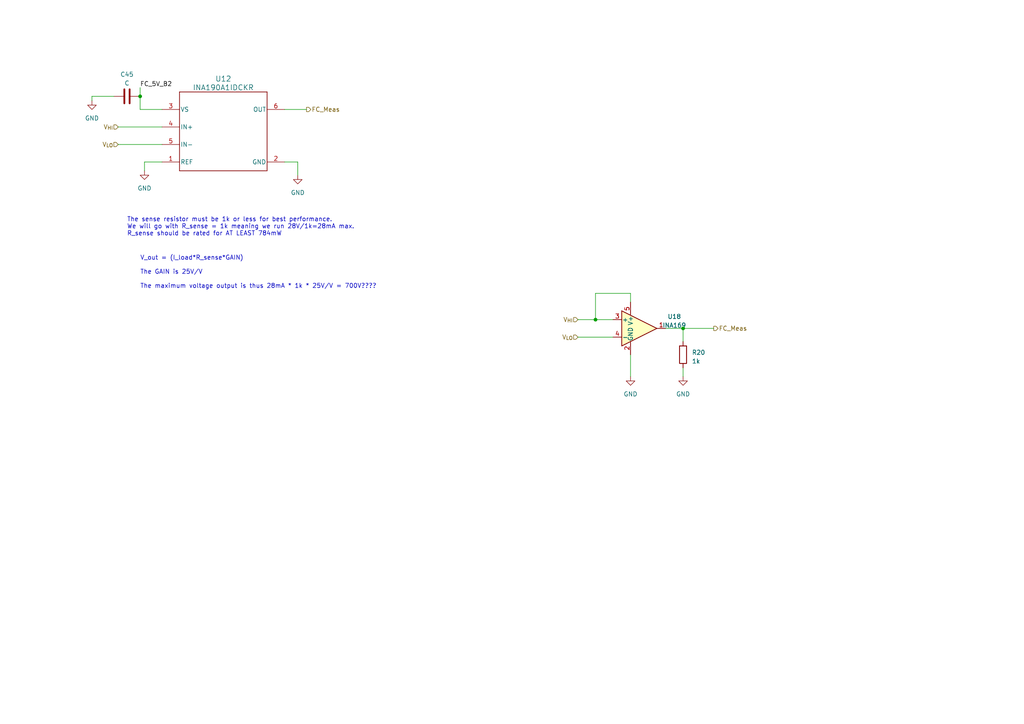
<source format=kicad_sch>
(kicad_sch (version 20230121) (generator eeschema)
  (paper "A4")
  (lib_symbols
    (symbol "Amplifier_Current:INA169" (pin_names (offset 0.127))
      (property "Reference" "U" (at 3.81 5.08 0))
      (property "Value" "INA169" (at 3.81 2.54 0))
      (symbol "INA169_0_1"
        (polyline (pts (xy -5.08 5.08) (xy 5.08 0) (xy -5.08 -5.08) (xy -5.08 5.08)) (stroke (width 0.254)) (fill (type background)))
      )
      (symbol "INA169_1_1"
        (pin output line (at 7.62 0 180) (length 2.54) (name "~") (number "1"))
        (pin power_in line (at -2.54 -7.62 90) (length 3.81) (name "GND") (number "2"))
        (pin input line (at -7.62 2.54 0) (length 2.54) (name "+") (number "3"))
        (pin input line (at -7.62 -2.54 0) (length 2.54) (name "-") (number "4"))
        (pin power_in line (at -2.54 7.62 270) (length 3.81) (name "V+") (number "5"))
      )
    )
    (symbol "Device:C" (pin_numbers hide) (pin_names (offset 0.254))
      (property "Reference" "C" (at 0.635 2.54 0))
      (property "Value" "C" (at 0.635 -2.54 0))
      (symbol "C_0_1"
        (polyline (pts (xy -2.032 -0.762) (xy 2.032 -0.762)) (stroke (width 0.508)))
        (polyline (pts (xy -2.032 0.762) (xy 2.032 0.762)) (stroke (width 0.508)))
      )
      (symbol "C_1_1"
        (pin passive line (at 0 3.81 270) (length 2.794) (name "~") (number "1"))
        (pin passive line (at 0 -3.81 90) (length 2.794) (name "~") (number "2"))
      )
    )
    (symbol "Device:R" (pin_numbers hide) (pin_names (offset 0))
      (property "Reference" "R" (at 2.032 0 90))
      (property "Value" "R" (at 0 0 90))
      (symbol "R_0_1"
        (rectangle (start -1.016 -2.54) (end 1.016 2.54) (stroke (width 0.254)))
      )
      (symbol "R_1_1"
        (pin passive line (at 0 3.81 270) (length 1.27) (name "~") (number "1"))
        (pin passive line (at 0 -3.81 90) (length 1.27) (name "~") (number "2"))
      )
    )
    (symbol "FCPB_Parts:INA190A1IDCKR" (pin_names (offset 0.254))
      (property "Reference" "U" (at 0 2.54 0))
      (property "Value" "INA190A1IDCKR" (at 0 0 0))
      (symbol "INA190A1IDCKR_0_1"
        (polyline (pts (xy 5.08 -17.78) (xy 30.48 -17.78)) (stroke (width 0.2032)))
        (polyline (pts (xy 5.08 5.08) (xy 5.08 -17.78)) (stroke (width 0.2032)))
        (polyline (pts (xy 30.48 -17.78) (xy 30.48 5.08)) (stroke (width 0.2032)))
        (polyline (pts (xy 30.48 5.08) (xy 5.08 5.08)) (stroke (width 0.2032)))
        (pin unspecified line (at 0 -15.24 0) (length 5.08) (name "REF") (number "1"))
        (pin power_in line (at 35.56 -15.24 180) (length 5.08) (name "GND") (number "2"))
        (pin power_in line (at 0 0 0) (length 5.08) (name "VS") (number "3"))
        (pin tri_state line (at 0 -5.08 0) (length 5.08) (name "IN+") (number "4"))
        (pin tri_state line (at 0 -10.16 0) (length 5.08) (name "IN-") (number "5"))
        (pin unspecified line (at 35.56 0 180) (length 5.08) (name "OUT") (number "6"))
      )
    )
    (symbol "power:GND" (power) (pin_names (offset 0))
      (property "Value" "GND" (at 0 -3.81 0))
      (symbol "GND_0_1"
        (polyline (pts (xy 0 0) (xy 0 -1.27) (xy 1.27 -1.27) (xy 0 -2.54) (xy -1.27 -1.27) (xy 0 -1.27)))
      )
      (symbol "GND_1_1"
        (pin power_in line (at 0 0 270) (length 0) hide (name "GND") (number "1"))
      )
    )
  )
  (junction (at 40.64 27.94))
  (junction (at 198.12 95.25))
  (junction (at 172.72 92.71))
  (wire (pts (xy 82.55 31.75) (xy 88.9 31.75)))
  (wire (pts (xy 33.02 27.94) (xy 26.67 27.94)))
  (wire (pts (xy 46.99 46.99) (xy 41.91 46.99)))
  (wire (pts (xy 86.36 46.99) (xy 86.36 50.8)))
  (wire (pts (xy 198.12 106.68) (xy 198.12 109.22)))
  (wire (pts (xy 40.64 25.4) (xy 40.64 27.94)))
  (wire (pts (xy 34.29 36.83) (xy 46.99 36.83)))
  (wire (pts (xy 182.88 102.87) (xy 182.88 109.22)))
  (wire (pts (xy 26.67 27.94) (xy 26.67 29.21)))
  (wire (pts (xy 172.72 85.09) (xy 172.72 92.71)))
  (wire (pts (xy 182.88 87.63) (xy 182.88 85.09)))
  (wire (pts (xy 46.99 31.75) (xy 40.64 31.75)))
  (wire (pts (xy 82.55 46.99) (xy 86.36 46.99)))
  (wire (pts (xy 34.29 41.91) (xy 46.99 41.91)))
  (wire (pts (xy 193.04 95.25) (xy 198.12 95.25)))
  (wire (pts (xy 167.64 97.79) (xy 177.8 97.79)))
  (wire (pts (xy 182.88 85.09) (xy 172.72 85.09)))
  (wire (pts (xy 172.72 92.71) (xy 177.8 92.71)))
  (wire (pts (xy 40.64 27.94) (xy 40.64 31.75)))
  (wire (pts (xy 198.12 95.25) (xy 198.12 99.06)))
  (wire (pts (xy 41.91 46.99) (xy 41.91 49.53)))
  (wire (pts (xy 167.64 92.71) (xy 172.72 92.71)))
  (wire (pts (xy 198.12 95.25) (xy 207.01 95.25)))
  (text "V_out = (I_load*R_sense*GAIN)\n\nThe GAIN is 25V/V\n\nThe maximum voltage output is thus 28mA * 1k * 25V/V = 700V????" (at 40.64 83.82 0) (effects (font (size 1.27 1.27)) (justify left bottom)))
  (text "The sense resistor must be 1k or less for best performance.\nWe will go with R_sense = 1k meaning we run 28V/1k=28mA max.\nR_sense should be rated for AT LEAST 784mW" (at 36.83 68.58 0) (effects (font (size 1.27 1.27)) (justify left bottom)))
  (label "FC_5V_B2" (at 40.64 25.4 0))
  (hierarchical_label "V_{HI}" (shape input) (at 34.29 36.83 180))
  (hierarchical_label "FC_Meas" (shape output) (at 88.9 31.75 0))
  (hierarchical_label "V_{HI}" (shape input) (at 167.64 92.71 180))
  (hierarchical_label "FC_Meas" (shape output) (at 207.01 95.25 0))
  (hierarchical_label "V_{LO}" (shape input) (at 34.29 41.91 180))
  (hierarchical_label "V_{LO}" (shape input) (at 167.64 97.79 180))
  (symbol (lib_id "FCPB_Parts:INA190A1IDCKR") (at 46.99 31.75 0) (unit 1)
    (property "Reference" "U12" (at 64.77 22.86 0) (effects (font (size 1.524 1.524))))
    (property "Value" "INA190A1IDCKR" (at 64.77 25.4 0) (effects (font (size 1.524 1.524))))
    (property "Footprint" "DCK0006A-IPC_A" (effects hide))
    (property "Datasheet" "INA190A1IDCKR" (effects hide))
  )
  (symbol (lib_id "Device:R") (at 198.12 102.87 0) (unit 1)
    (property "Reference" "R20" (at 200.66 102.235 0) (effects (justify left)))
    (property "Value" "1k" (at 200.66 104.775 0) (effects (justify left)))
  )
  (symbol (lib_id "power:GND") (at 198.12 109.22 0) (unit 1)
    (property "Reference" "#PWR050" (effects hide))
    (property "Value" "GND" (at 198.12 114.3 0))
  )
  (symbol (lib_id "power:GND") (at 86.36 50.8 0) (unit 1)
    (property "Reference" "#PWR057" (effects hide))
    (property "Value" "GND" (at 86.36 55.88 0))
  )
  (symbol (lib_id "power:GND") (at 41.91 49.53 0) (unit 1)
    (property "Reference" "#PWR059" (effects hide))
    (property "Value" "GND" (at 41.91 54.61 0))
  )
  (symbol (lib_id "Device:C") (at 36.83 27.94 270) (unit 1)
    (property "Reference" "C45" (at 36.83 21.59 90))
    (property "Value" "C" (at 36.83 24.13 90))
  )
  (symbol (lib_id "power:GND") (at 26.67 29.21 0) (unit 1)
    (property "Reference" "#PWR058" (effects hide))
    (property "Value" "GND" (at 26.67 34.29 0))
  )
  (symbol (lib_id "power:GND") (at 182.88 109.22 0) (unit 1)
    (property "Reference" "#PWR051" (effects hide))
    (property "Value" "GND" (at 182.88 114.3 0))
  )
  (symbol (lib_id "Amplifier_Current:INA169") (at 185.42 95.25 0) (unit 1)
    (property "Reference" "U18" (at 195.58 91.8211 0))
    (property "Value" "INA169" (at 195.58 94.3611 0))
    (property "Footprint" "Package_TO_SOT_SMD:SOT-23-5" (effects hide))
    (property "Datasheet" "http://www.ti.com/lit/ds/symlink/ina169.pdf" (effects hide))
  )
)
</source>
